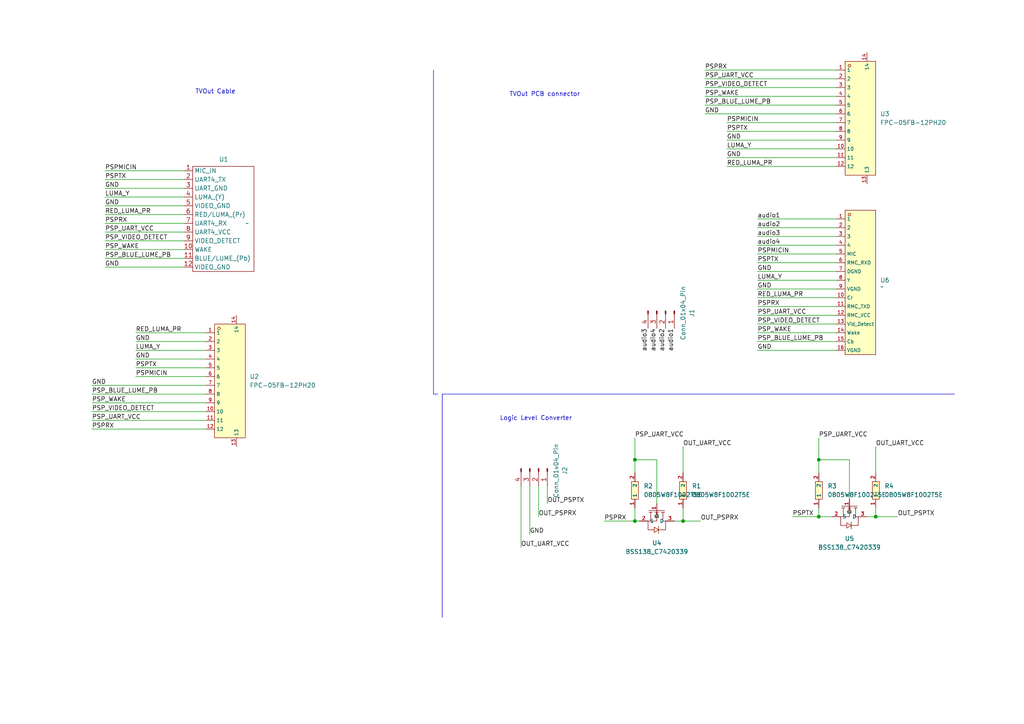
<source format=kicad_sch>
(kicad_sch (version 20231120) (generator "eeschema") (generator_version "8.0")
  (paper "A4")
  (lib_symbols
    (symbol "Connector:Conn_01x04_Pin" (pin_names (offset 1.016) hide)
      (property "Reference" "J" (at 0 5.08 0))
      (property "Value" "Conn_01x04_Pin" (at 0 -7.62 0))
      (symbol "Conn_01x04_Pin_1_1"
        (polyline (pts (xy 1.27 -5.08) (xy 0.8636 -5.08)) (stroke (width 0.1524)))
        (polyline (pts (xy 1.27 -2.54) (xy 0.8636 -2.54)) (stroke (width 0.1524)))
        (polyline (pts (xy 1.27 0) (xy 0.8636 0)) (stroke (width 0.1524)))
        (polyline (pts (xy 1.27 2.54) (xy 0.8636 2.54)) (stroke (width 0.1524)))
        (rectangle (start 0.8636 -4.953) (end 0 -5.207) (stroke (width 0.1524)) (fill (type outline)))
        (rectangle (start 0.8636 -2.413) (end 0 -2.667) (stroke (width 0.1524)) (fill (type outline)))
        (rectangle (start 0.8636 0.127) (end 0 -0.127) (stroke (width 0.1524)) (fill (type outline)))
        (rectangle (start 0.8636 2.667) (end 0 2.413) (stroke (width 0.1524)) (fill (type outline)))
        (pin passive line (at 5.08 2.54 180) (length 3.81) (name "Pin_1") (number "1"))
        (pin passive line (at 5.08 0 180) (length 3.81) (name "Pin_2") (number "2"))
        (pin passive line (at 5.08 -2.54 180) (length 3.81) (name "Pin_3") (number "3"))
        (pin passive line (at 5.08 -5.08 180) (length 3.81) (name "Pin_4") (number "4"))
      )
    )
    (symbol "jlcpcb:0805W8F1002T5E"
      (property "Reference" "R" (at 0 1.27 0))
      (property "Value" "0805W8F1002T5E" (at 0 -2.54 0))
      (symbol "0805W8F1002T5E_0_1"
        (rectangle (start -2.54 1.016) (end 2.54 -1.016) (fill (type background)))
        (pin input line (at -5.08 0 0) (length 2.54) (name "1") (number "1"))
        (pin input line (at 5.08 0 180) (length 2.54) (name "2") (number "2"))
      )
    )
    (symbol "jlcpcb:BSS138_C7420339"
      (property "Reference" "U" (at 0 1.27 0))
      (property "Value" "BSS138_C7420339" (at 0 -2.54 0))
      (symbol "BSS138_C7420339_0_1"
        (polyline (pts (xy -3.048 2.286) (xy -3.048 -2.286)))
        (polyline (pts (xy -2.54 -2.286) (xy -2.54 -1.27)))
        (polyline (pts (xy -2.54 -0.508) (xy -2.54 0.508)))
        (polyline (pts (xy -2.54 2.286) (xy -2.54 1.27)))
        (polyline (pts (xy 0 -1.778) (xy -2.54 -1.778)))
        (polyline (pts (xy -2.54 0) (xy -1.016 -0.508) (xy -1.016 0.508) (xy -2.54 0)) (fill (type background)))
        (polyline (pts (xy 2.54 0.508) (xy 1.778 -0.762) (xy 3.302 -0.762) (xy 2.54 0.508)) (fill (type background)))
        (polyline (pts (xy 3.556 0.508) (xy 3.048 0.508) (xy 2.032 0.508) (xy 1.524 0.508)))
        (polyline (pts (xy -2.54 0) (xy 0 0) (xy 0 -2.54) (xy 2.54 -2.54) (xy 2.54 -0.762)))
        (polyline (pts (xy -2.54 1.778) (xy 0 1.778) (xy 0 2.54) (xy 2.54 2.54) (xy 2.54 0.508)))
        (pin unspecified line (at -5.08 0 0) (length 2.54) (name "G") (number "1"))
        (pin unspecified line (at 0 -5.08 90) (length 2.54) (name "S") (number "2"))
        (pin unspecified line (at 0 5.08 270) (length 2.54) (name "D") (number "3"))
      )
    )
    (symbol "jlcpcb:FPC-05FB-12PH20"
      (property "Reference" "U" (at 0 1.27 0))
      (property "Value" "FPC-05FB-12PH20" (at 0 -2.54 0))
      (symbol "FPC-05FB-12PH20_0_1"
        (rectangle (start -3.81 17.78) (end 5.08 -15.24) (fill (type background)))
        (circle (center -2.54 16.51) (radius 0.381) (fill (type background)))
        (pin unspecified line (at -6.35 15.24 0) (length 2.54) (name "1") (number "1"))
        (pin unspecified line (at -6.35 -7.62 0) (length 2.54) (name "10") (number "10"))
        (pin unspecified line (at -6.35 -10.16 0) (length 2.54) (name "11") (number "11"))
        (pin unspecified line (at -6.35 -12.7 0) (length 2.54) (name "12") (number "12"))
        (pin unspecified line (at 2.54 -17.78 90) (length 2.54) (name "13") (number "13"))
        (pin unspecified line (at 2.54 20.32 270) (length 2.54) (name "14") (number "14"))
        (pin unspecified line (at -6.35 12.7 0) (length 2.54) (name "2") (number "2"))
        (pin unspecified line (at -6.35 10.16 0) (length 2.54) (name "3") (number "3"))
        (pin unspecified line (at -6.35 7.62 0) (length 2.54) (name "4") (number "4"))
        (pin unspecified line (at -6.35 5.08 0) (length 2.54) (name "5") (number "5"))
        (pin unspecified line (at -6.35 2.54 0) (length 2.54) (name "6") (number "6"))
        (pin unspecified line (at -6.35 0 0) (length 2.54) (name "7") (number "7"))
        (pin unspecified line (at -6.35 -2.54 0) (length 2.54) (name "8") (number "8"))
        (pin unspecified line (at -6.35 -5.08 0) (length 2.54) (name "9") (number "9"))
      )
    )
    (symbol "psp2:tvout cable"
      (property "Reference" "U" (at -11.938 13.97 0))
      (symbol "tvout cable_0_1"
        (rectangle (start -17.78 10.16) (end 0 -20.32))
      )
      (symbol "tvout cable_1_1"
        (pin input line (at -20.32 8.89 0) (length 2.54) (name "MIC_IN") (number "1"))
        (pin input line (at -20.32 -13.97 0) (length 2.54) (name "WAKE") (number "10"))
        (pin input line (at -20.32 -16.51 0) (length 2.54) (name "BLUE/LUME_(Pb)") (number "11"))
        (pin input line (at -20.32 -19.05 0) (length 2.54) (name "VIDEO_GND") (number "12"))
        (pin input line (at -20.32 6.35 0) (length 2.54) (name "UART4_TX") (number "2"))
        (pin input line (at -20.32 3.81 0) (length 2.54) (name "UART_GND") (number "3"))
        (pin input line (at -20.32 1.27 0) (length 2.54) (name "LUMA_(Y)") (number "4"))
        (pin input line (at -20.32 -1.27 0) (length 2.54) (name "VIDEO_GND") (number "5"))
        (pin input line (at -20.32 -3.81 0) (length 2.54) (name "RED/LUMA_(Pr)") (number "6"))
        (pin input line (at -20.32 -6.35 0) (length 2.54) (name "UART4_RX") (number "7"))
        (pin input line (at -20.32 -8.89 0) (length 2.54) (name "UART4_VCC") (number "8"))
        (pin input line (at -20.32 -11.43 0) (length 2.54) (name "VIDEO_DETECT") (number "9"))
      )
    )
    (symbol "psp2:tvoutConnector"
      (property "Reference" "U" (at 0.254 1.016 0))
      (symbol "tvoutConnector_0_1"
        (rectangle (start -12.7 22.86) (end -3.81 -19.05) (fill (type background)))
        (circle (center -11.43 21.59) (radius 0.381) (fill (type background)))
        (pin unspecified line (at -15.24 20.32 0) (length 2.54) (name "1") (number "1"))
        (pin unspecified line (at -15.24 17.78 0) (length 2.54) (name "2") (number "2"))
        (pin unspecified line (at -15.24 15.24 0) (length 2.54) (name "3") (number "3"))
        (pin unspecified line (at -15.24 12.7 0) (length 2.54) (name "4") (number "4"))
      )
      (symbol "tvoutConnector_1_1"
        (pin unspecified line (at -15.24 -2.54 0) (length 2.54) (name "Cr") (number "10"))
        (pin unspecified line (at -15.24 -5.08 0) (length 2.54) (name "RMC_TXD") (number "11"))
        (pin unspecified line (at -15.24 -7.62 0) (length 2.54) (name "RMC_VCC") (number "12"))
        (pin unspecified line (at -15.24 -10.16 0) (length 2.54) (name "Vid_Detect") (number "13"))
        (pin unspecified line (at -15.24 -12.7 0) (length 2.54) (name "Wake") (number "14"))
        (pin unspecified line (at -15.24 -15.24 0) (length 2.54) (name "Cb") (number "15"))
        (pin unspecified line (at -15.24 -17.78 0) (length 2.54) (name "VGND") (number "16"))
        (pin unspecified line (at -15.24 10.16 0) (length 2.54) (name "MIC") (number "5"))
        (pin unspecified line (at -15.24 7.62 0) (length 2.54) (name "RMC_RXD") (number "6"))
        (pin unspecified line (at -15.24 5.08 0) (length 2.54) (name "DGND") (number "7"))
        (pin unspecified line (at -15.24 2.54 0) (length 2.54) (name "Y") (number "8"))
        (pin unspecified line (at -15.24 0 0) (length 2.54) (name "VGND") (number "9"))
      )
    )
  )
  (junction (at 198.12 151.13))
  (junction (at 237.49 133.35))
  (junction (at 184.15 151.13))
  (junction (at 254 149.86))
  (junction (at 237.49 149.86))
  (junction (at 184.15 133.35))
  (wire (pts (xy 219.71 71.12) (xy 242.57 71.12)))
  (wire (pts (xy 30.48 54.61) (xy 53.34 54.61)))
  (wire (pts (xy 219.71 76.2) (xy 242.57 76.2)))
  (wire (pts (xy 39.37 101.6) (xy 59.69 101.6)))
  (wire (pts (xy 30.48 72.39) (xy 53.34 72.39)))
  (wire (pts (xy 158.75 146.05) (xy 158.75 140.97)))
  (wire (pts (xy 30.48 49.53) (xy 53.34 49.53)))
  (wire (pts (xy 30.48 62.23) (xy 53.34 62.23)))
  (wire (pts (xy 219.71 86.36) (xy 242.57 86.36)))
  (wire (pts (xy 30.48 67.31) (xy 53.34 67.31)))
  (wire (pts (xy 219.71 93.98) (xy 242.57 93.98)))
  (polyline (pts (xy 125.73 114.3) (xy 127 114.3)))
  (wire (pts (xy 198.12 147.32) (xy 198.12 151.13)))
  (polyline (pts (xy 128.27 179.07) (xy 128.27 114.3)))
  (wire (pts (xy 210.82 38.1) (xy 242.57 38.1)))
  (wire (pts (xy 30.48 64.77) (xy 53.34 64.77)))
  (wire (pts (xy 219.71 81.28) (xy 242.57 81.28)))
  (wire (pts (xy 254 149.86) (xy 260.35 149.86)))
  (wire (pts (xy 184.15 147.32) (xy 184.15 151.13)))
  (wire (pts (xy 184.15 133.35) (xy 184.15 137.16)))
  (wire (pts (xy 229.87 149.86) (xy 237.49 149.86)))
  (wire (pts (xy 204.47 22.86) (xy 242.57 22.86)))
  (wire (pts (xy 219.71 73.66) (xy 242.57 73.66)))
  (wire (pts (xy 198.12 151.13) (xy 203.2 151.13)))
  (wire (pts (xy 26.67 124.46) (xy 59.69 124.46)))
  (wire (pts (xy 237.49 147.32) (xy 237.49 149.86)))
  (wire (pts (xy 30.48 74.93) (xy 53.34 74.93)))
  (wire (pts (xy 30.48 52.07) (xy 53.34 52.07)))
  (wire (pts (xy 26.67 111.76) (xy 59.69 111.76)))
  (wire (pts (xy 175.26 151.13) (xy 184.15 151.13)))
  (wire (pts (xy 219.71 63.5) (xy 242.57 63.5)))
  (polyline (pts (xy 125.73 20.32) (xy 125.73 114.3)))
  (wire (pts (xy 153.67 154.94) (xy 153.67 140.97)))
  (wire (pts (xy 151.13 158.75) (xy 151.13 140.97)))
  (wire (pts (xy 219.71 68.58) (xy 242.57 68.58)))
  (wire (pts (xy 251.46 149.86) (xy 254 149.86)))
  (wire (pts (xy 219.71 99.06) (xy 242.57 99.06)))
  (wire (pts (xy 246.38 133.35) (xy 237.49 133.35)))
  (wire (pts (xy 190.5 146.05) (xy 190.5 133.35)))
  (wire (pts (xy 219.71 91.44) (xy 242.57 91.44)))
  (wire (pts (xy 204.47 33.02) (xy 242.57 33.02)))
  (wire (pts (xy 26.67 121.92) (xy 59.69 121.92)))
  (wire (pts (xy 195.58 151.13) (xy 198.12 151.13)))
  (wire (pts (xy 39.37 99.06) (xy 59.69 99.06)))
  (wire (pts (xy 30.48 57.15) (xy 53.34 57.15)))
  (polyline (pts (xy 128.27 114.3) (xy 276.86 114.3)))
  (wire (pts (xy 26.67 119.38) (xy 59.69 119.38)))
  (wire (pts (xy 30.48 69.85) (xy 53.34 69.85)))
  (wire (pts (xy 210.82 48.26) (xy 242.57 48.26)))
  (wire (pts (xy 198.12 129.54) (xy 198.12 137.16)))
  (wire (pts (xy 204.47 27.94) (xy 242.57 27.94)))
  (wire (pts (xy 30.48 59.69) (xy 53.34 59.69)))
  (wire (pts (xy 237.49 149.86) (xy 241.3 149.86)))
  (wire (pts (xy 210.82 35.56) (xy 242.57 35.56)))
  (wire (pts (xy 190.5 133.35) (xy 184.15 133.35)))
  (wire (pts (xy 204.47 20.32) (xy 242.57 20.32)))
  (wire (pts (xy 39.37 106.68) (xy 59.69 106.68)))
  (wire (pts (xy 30.48 77.47) (xy 53.34 77.47)))
  (wire (pts (xy 204.47 30.48) (xy 242.57 30.48)))
  (wire (pts (xy 210.82 43.18) (xy 242.57 43.18)))
  (wire (pts (xy 219.71 88.9) (xy 242.57 88.9)))
  (wire (pts (xy 204.47 25.4) (xy 242.57 25.4)))
  (wire (pts (xy 254 147.32) (xy 254 149.86)))
  (wire (pts (xy 219.71 66.04) (xy 242.57 66.04)))
  (wire (pts (xy 39.37 104.14) (xy 59.69 104.14)))
  (wire (pts (xy 254 129.54) (xy 254 137.16)))
  (wire (pts (xy 26.67 114.3) (xy 59.69 114.3)))
  (wire (pts (xy 156.21 149.86) (xy 156.21 140.97)))
  (wire (pts (xy 246.38 144.78) (xy 246.38 133.35)))
  (wire (pts (xy 210.82 40.64) (xy 242.57 40.64)))
  (wire (pts (xy 39.37 96.52) (xy 59.69 96.52)))
  (wire (pts (xy 210.82 45.72) (xy 242.57 45.72)))
  (wire (pts (xy 219.71 101.6) (xy 242.57 101.6)))
  (wire (pts (xy 39.37 109.22) (xy 59.69 109.22)))
  (wire (pts (xy 219.71 78.74) (xy 242.57 78.74)))
  (wire (pts (xy 219.71 96.52) (xy 242.57 96.52)))
  (wire (pts (xy 219.71 83.82) (xy 242.57 83.82)))
  (wire (pts (xy 184.15 127) (xy 184.15 133.35)))
  (wire (pts (xy 237.49 127) (xy 237.49 133.35)))
  (wire (pts (xy 237.49 133.35) (xy 237.49 137.16)))
  (wire (pts (xy 184.15 151.13) (xy 185.42 151.13)))
  (wire (pts (xy 26.67 116.84) (xy 59.69 116.84)))
  (text "Logic Level Converter" (at 155.448 121.412 0) (effects (font (size 1.27 1.27))))
  (text "TVOut PCB connector" (at 157.988 27.432 0) (effects (font (size 1.27 1.27))))
  (text "TVOut Cable" (at 62.484 26.67 0) (effects (font (size 1.27 1.27))))
  (label "LUMA_Y" (at 219.71 81.28 0))
  (label "PSPTX" (at 39.37 106.68 0))
  (label "PSP_BLUE_LUME_PB" (at 204.47 30.48 0))
  (label "PSP_WAKE" (at 204.47 27.94 0))
  (label "GND" (at 219.71 83.82 0))
  (label "GND" (at 26.67 111.76 0))
  (label "RED_LUMA_PR" (at 30.48 62.23 0))
  (label "audio4" (at 190.5 95.25 270))
  (label "PSP_UART_VCC" (at 204.47 22.86 0))
  (label "PSPMICIN" (at 219.71 73.66 0))
  (label "RED_LUMA_PR" (at 219.71 86.36 0))
  (label "GND" (at 39.37 104.14 0))
  (label "RED_LUMA_PR" (at 39.37 96.52 0))
  (label "GND" (at 210.82 40.64 0))
  (label "PSPMICIN" (at 210.82 35.56 0))
  (label "PSP_WAKE" (at 26.67 116.84 0))
  (label "PSP_VIDEO_DETECT" (at 204.47 25.4 0))
  (label "PSPRX" (at 204.47 20.32 0))
  (label "audio3" (at 187.96 95.25 270))
  (label "OUT_UART_VCC" (at 151.13 158.75 0))
  (label "PSP_BLUE_LUME_PB" (at 26.67 114.3 0))
  (label "PSP_VIDEO_DETECT" (at 30.48 69.85 0))
  (label "RED_LUMA_PR" (at 210.82 48.26 0))
  (label "GND" (at 210.82 45.72 0))
  (label "PSPTX" (at 30.48 52.07 0))
  (label "PSPTX" (at 219.71 76.2 0))
  (label "PSPRX" (at 219.71 88.9 0))
  (label "PSPRX" (at 175.26 151.13 0))
  (label "PSP_VIDEO_DETECT" (at 219.71 93.98 0))
  (label "OUT_UART_VCC" (at 254 129.54 0))
  (label "GND" (at 30.48 59.69 0))
  (label "PSP_UART_VCC" (at 219.71 91.44 0))
  (label "GND" (at 30.48 54.61 0))
  (label "OUT_PSPRX" (at 203.2 151.13 0))
  (label "LUMA_Y" (at 30.48 57.15 0))
  (label "PSP_BLUE_LUME_PB" (at 30.48 74.93 0))
  (label "OUT_PSPTX" (at 158.75 146.05 0))
  (label "GND" (at 153.67 154.94 0))
  (label "PSP_WAKE" (at 219.71 96.52 0))
  (label "PSP_UART_VCC" (at 26.67 121.92 0))
  (label "GND" (at 219.71 101.6 0))
  (label "PSPTX" (at 229.87 149.86 0))
  (label "audio2" (at 219.71 66.04 0))
  (label "GND" (at 30.48 77.47 0))
  (label "PSP_UART_VCC" (at 237.49 127 0))
  (label "audio4" (at 219.71 71.12 0))
  (label "PSP_UART_VCC" (at 184.15 127 0))
  (label "GND" (at 204.47 33.02 0))
  (label "audio2" (at 193.04 95.25 270))
  (label "GND" (at 39.37 99.06 0))
  (label "PSPRX" (at 30.48 64.77 0))
  (label "audio1" (at 219.71 63.5 0))
  (label "OUT_UART_VCC" (at 198.12 129.54 0))
  (label "OUT_PSPRX" (at 156.21 149.86 0))
  (label "PSP_BLUE_LUME_PB" (at 219.71 99.06 0))
  (label "PSPMICIN" (at 30.48 49.53 0))
  (label "LUMA_Y" (at 39.37 101.6 0))
  (label "audio1" (at 195.58 95.25 270))
  (label "PSP_VIDEO_DETECT" (at 26.67 119.38 0))
  (label "PSPRX" (at 26.67 124.46 0))
  (label "audio3" (at 219.71 68.58 0))
  (label "GND" (at 219.71 78.74 0))
  (label "OUT_PSPTX" (at 260.35 149.86 0))
  (label "LUMA_Y" (at 210.82 43.18 0))
  (label "PSPTX" (at 210.82 38.1 0))
  (label "PSPMICIN" (at 39.37 109.22 0))
  (label "PSP_UART_VCC" (at 30.48 67.31 0))
  (label "PSP_WAKE" (at 30.48 72.39 0))
  (symbol (lib_id "psp2:tvoutConnector") (at 257.81 83.82 0) (unit 1)
    (property "Reference" "U6" (at 255.27 81.2799 0) (effects (justify left)))
    (property "Value" "~" (at 255.27 83.185 0) (effects (justify left)))
    (property "Footprint" "psp:TVOut Connector" (effects (hide yes)))
  )
  (symbol (lib_id "psp2:tvout cable") (at 73.66 58.42 0) (unit 1)
    (property "Reference" "U1" (at 63.5 46.228 0) (effects (justify left)))
    (property "Value" "~" (at 71.12 64.77 0) (effects (justify left)))
    (property "Footprint" "psp:TVOut Cable" (effects (hide yes)))
  )
  (symbol (lib_id "jlcpcb:0805W8F1002T5E") (at 198.12 142.24 90) (unit 1)
    (property "Reference" "R1" (at 200.66 140.9699 90) (effects (justify right)))
    (property "Value" "0805W8F1002T5E" (at 200.66 143.5099 90) (effects (justify right)))
    (property "Footprint" "jlcpcb:R0805" (effects (hide yes)))
    (property "Datasheet" "https://item.szlcsc.com/142685.html" (effects (hide yes)))
    (property "LCSC" "C17414" (effects (hide yes)))
  )
  (symbol (lib_id "jlcpcb:BSS138_C7420339") (at 190.5 151.13 270) (unit 1)
    (property "Reference" "U4" (at 190.5 157.48 90))
    (property "Value" "BSS138_C7420339" (at 190.5 160.02 90))
    (property "Footprint" "jlcpcb:SOT-23-3_L2.9-W1.3-P1.90-LS2.4-BR" (effects (hide yes)))
    (property "Datasheet" "https://www.diodes.com/assets/Package-Files/SOT23.pdf" (effects (hide yes)))
    (property "LCSC" "C7420339" (effects (hide yes)))
  )
  (symbol (lib_id "jlcpcb:BSS138_C7420339") (at 246.38 149.86 270) (unit 1)
    (property "Reference" "U5" (at 246.38 156.21 90))
    (property "Value" "BSS138_C7420339" (at 246.38 158.75 90))
    (property "Footprint" "jlcpcb:SOT-23-3_L2.9-W1.3-P1.90-LS2.4-BR" (effects (hide yes)))
    (property "Datasheet" "https://www.diodes.com/assets/Package-Files/SOT23.pdf" (effects (hide yes)))
    (property "LCSC" "C7420339" (effects (hide yes)))
  )
  (symbol (lib_id "jlcpcb:FPC-05FB-12PH20") (at 66.04 111.76 0) (unit 1)
    (property "Reference" "U2" (at 72.39 109.2199 0) (effects (justify left)))
    (property "Value" "FPC-05FB-12PH20" (at 72.39 111.7599 0) (effects (justify left)))
    (property "Footprint" "jlcpcb:FPC-SMD_12P-P0.50_XUNPU_FPC-05FB-12PH20" (effects (hide yes)))
    (property "Datasheet" "https://atta.szlcsc.com/upload/public/pdf/source/20210728/C2856827_2EDD1A49C19160ABD03FEAB4120EABEA.pdf" (effects (hide yes)))
    (property "LCSC" "C2856829" (effects (hide yes)))
  )
  (symbol (lib_id "Connector:Conn_01x04_Pin") (at 193.04 90.17 270) (unit 1)
    (property "Reference" "J1" (at 200.66 90.805 0))
    (property "Value" "Conn_01x04_Pin" (at 198.12 90.805 0))
    (property "Footprint" "Connector_PinHeader_2.54mm:PinHeader_1x04_P2.54mm_Vertical" (effects (hide yes)))
    (property "Description" "Generic connector, single row, 01x04, script generated" (effects (hide yes)))
  )
  (symbol (lib_id "jlcpcb:0805W8F1002T5E") (at 184.15 142.24 90) (unit 1)
    (property "Reference" "R2" (at 186.69 140.9699 90) (effects (justify right)))
    (property "Value" "0805W8F1002T5E" (at 186.69 143.5099 90) (effects (justify right)))
    (property "Footprint" "jlcpcb:R0805" (effects (hide yes)))
    (property "Datasheet" "https://item.szlcsc.com/142685.html" (effects (hide yes)))
    (property "LCSC" "C17414" (effects (hide yes)))
  )
  (symbol (lib_id "jlcpcb:0805W8F1002T5E") (at 237.49 142.24 90) (unit 1)
    (property "Reference" "R3" (at 240.03 140.9699 90) (effects (justify right)))
    (property "Value" "0805W8F1002T5E" (at 240.03 143.5099 90) (effects (justify right)))
    (property "Footprint" "jlcpcb:R0805" (effects (hide yes)))
    (property "Datasheet" "https://item.szlcsc.com/142685.html" (effects (hide yes)))
    (property "LCSC" "C17414" (effects (hide yes)))
  )
  (symbol (lib_id "jlcpcb:0805W8F1002T5E") (at 254 142.24 90) (unit 1)
    (property "Reference" "R4" (at 256.54 140.9699 90) (effects (justify right)))
    (property "Value" "0805W8F1002T5E" (at 256.54 143.5099 90) (effects (justify right)))
    (property "Footprint" "jlcpcb:R0805" (effects (hide yes)))
    (property "Datasheet" "https://item.szlcsc.com/142685.html" (effects (hide yes)))
    (property "LCSC" "C17414" (effects (hide yes)))
  )
  (symbol (lib_id "jlcpcb:FPC-05FB-12PH20") (at 248.92 35.56 0) (unit 1)
    (property "Reference" "U3" (at 255.27 33.0199 0) (effects (justify left)))
    (property "Value" "FPC-05FB-12PH20" (at 255.27 35.5599 0) (effects (justify left)))
    (property "Footprint" "jlcpcb:FPC-SMD_12P-P0.50_XUNPU_FPC-05FB-12PH20" (effects (hide yes)))
    (property "Datasheet" "https://atta.szlcsc.com/upload/public/pdf/source/20210728/C2856827_2EDD1A49C19160ABD03FEAB4120EABEA.pdf" (effects (hide yes)))
    (property "LCSC" "C2856829" (effects (hide yes)))
  )
  (symbol (lib_id "Connector:Conn_01x04_Pin") (at 156.21 135.89 270) (unit 1)
    (property "Reference" "J2" (at 163.83 136.525 0))
    (property "Value" "Conn_01x04_Pin" (at 161.29 136.525 0))
    (property "Footprint" "Connector_PinHeader_2.54mm:PinHeader_1x04_P2.54mm_Vertical" (effects (hide yes)))
    (property "Description" "Generic connector, single row, 01x04, script generated" (effects (hide yes)))
  )
)
</source>
